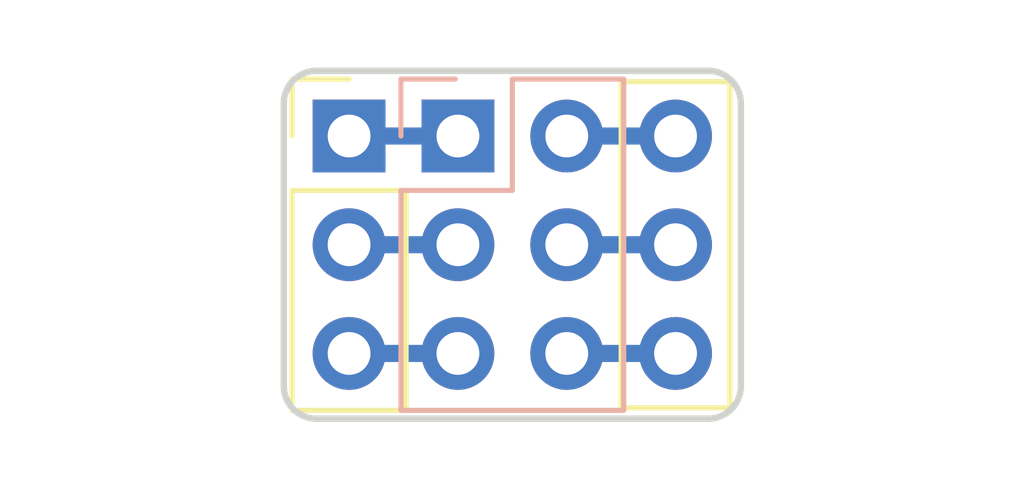
<source format=kicad_pcb>
(kicad_pcb (version 20171130) (host pcbnew "(5.0.0)")

  (general
    (thickness 1.6)
    (drawings 8)
    (tracks 6)
    (zones 0)
    (modules 3)
    (nets 7)
  )

  (page A4)
  (layers
    (0 F.Cu signal)
    (31 B.Cu signal)
    (32 B.Adhes user)
    (33 F.Adhes user)
    (34 B.Paste user)
    (35 F.Paste user)
    (36 B.SilkS user)
    (37 F.SilkS user)
    (38 B.Mask user)
    (39 F.Mask user)
    (40 Dwgs.User user)
    (41 Cmts.User user)
    (42 Eco1.User user)
    (43 Eco2.User user)
    (44 Edge.Cuts user)
    (45 Margin user)
    (46 B.CrtYd user)
    (47 F.CrtYd user)
    (48 B.Fab user)
    (49 F.Fab user)
  )

  (setup
    (last_trace_width 0.4)
    (user_trace_width 0.4)
    (trace_clearance 0.2)
    (zone_clearance 0.508)
    (zone_45_only no)
    (trace_min 0.2)
    (segment_width 0.2)
    (edge_width 0.15)
    (via_size 0.8)
    (via_drill 0.4)
    (via_min_size 0.4)
    (via_min_drill 0.3)
    (uvia_size 0.3)
    (uvia_drill 0.1)
    (uvias_allowed no)
    (uvia_min_size 0.2)
    (uvia_min_drill 0.1)
    (pcb_text_width 0.3)
    (pcb_text_size 1.5 1.5)
    (mod_edge_width 0.15)
    (mod_text_size 1 1)
    (mod_text_width 0.15)
    (pad_size 1.524 1.524)
    (pad_drill 0.762)
    (pad_to_mask_clearance 0.2)
    (aux_axis_origin 0 0)
    (visible_elements FFFFFF7F)
    (pcbplotparams
      (layerselection 0x010fc_ffffffff)
      (usegerberextensions false)
      (usegerberattributes false)
      (usegerberadvancedattributes false)
      (creategerberjobfile false)
      (excludeedgelayer true)
      (linewidth 0.100000)
      (plotframeref false)
      (viasonmask false)
      (mode 1)
      (useauxorigin false)
      (hpglpennumber 1)
      (hpglpenspeed 20)
      (hpglpendiameter 15.000000)
      (psnegative false)
      (psa4output false)
      (plotreference true)
      (plotvalue true)
      (plotinvisibletext false)
      (padsonsilk false)
      (subtractmaskfromsilk false)
      (outputformat 1)
      (mirror false)
      (drillshape 1)
      (scaleselection 1)
      (outputdirectory ""))
  )

  (net 0 "")
  (net 1 "Net-(J1-Pad1)")
  (net 2 "Net-(J1-Pad2)")
  (net 3 "Net-(J1-Pad3)")
  (net 4 "Net-(J2-Pad6)")
  (net 5 "Net-(J2-Pad5)")
  (net 6 "Net-(J2-Pad4)")

  (net_class Default "This is the default net class."
    (clearance 0.2)
    (trace_width 0.25)
    (via_dia 0.8)
    (via_drill 0.4)
    (uvia_dia 0.3)
    (uvia_drill 0.1)
    (add_net "Net-(J1-Pad1)")
    (add_net "Net-(J1-Pad2)")
    (add_net "Net-(J1-Pad3)")
    (add_net "Net-(J2-Pad4)")
    (add_net "Net-(J2-Pad5)")
    (add_net "Net-(J2-Pad6)")
  )

  (module Socket_Strips:Socket_Strip_Straight_1x03_Pitch2.54mm (layer F.Cu) (tedit 5B9470A8) (tstamp 5B94E8E0)
    (at 127 83.82)
    (descr "Through hole straight socket strip, 1x03, 2.54mm pitch, single row")
    (tags "Through hole socket strip THT 1x03 2.54mm single row")
    (path /5B9D9C45)
    (fp_text reference J3 (at 0 -2.33) (layer F.SilkS) hide
      (effects (font (size 1 1) (thickness 0.15)))
    )
    (fp_text value Conn_01x03 (at 0 7.41) (layer F.Fab)
      (effects (font (size 1 1) (thickness 0.15)))
    )
    (fp_text user %R (at 0 -2.33) (layer F.Fab)
      (effects (font (size 1 1) (thickness 0.15)))
    )
    (fp_line (start 1.8 -1.8) (end -1.8 -1.8) (layer F.CrtYd) (width 0.05))
    (fp_line (start 1.8 6.85) (end 1.8 -1.8) (layer F.CrtYd) (width 0.05))
    (fp_line (start -1.8 6.85) (end 1.8 6.85) (layer F.CrtYd) (width 0.05))
    (fp_line (start -1.8 -1.8) (end -1.8 6.85) (layer F.CrtYd) (width 0.05))
    (fp_line (start 1.27 -1.27) (end -1.27 -1.27) (layer F.SilkS) (width 0.12))
    (fp_line (start 1.27 6.35) (end 1.27 -1.27) (layer F.SilkS) (width 0.12))
    (fp_line (start -1.27 6.35) (end 1.27 6.35) (layer F.SilkS) (width 0.12))
    (fp_line (start -1.27 -1.27) (end -1.27 6.35) (layer F.SilkS) (width 0.12))
    (fp_line (start 1.27 -1.27) (end -1.27 -1.27) (layer F.Fab) (width 0.1))
    (fp_line (start 1.27 6.35) (end 1.27 -1.27) (layer F.Fab) (width 0.1))
    (fp_line (start -1.27 6.35) (end 1.27 6.35) (layer F.Fab) (width 0.1))
    (fp_line (start -1.27 -1.27) (end -1.27 6.35) (layer F.Fab) (width 0.1))
    (pad 3 thru_hole oval (at 0 5.08) (size 1.7 1.7) (drill 1) (layers *.Cu *.Mask)
      (net 6 "Net-(J2-Pad4)"))
    (pad 2 thru_hole oval (at 0 2.54) (size 1.7 1.7) (drill 1) (layers *.Cu *.Mask)
      (net 5 "Net-(J2-Pad5)"))
    (pad 1 thru_hole circle (at 0 0) (size 1.7 1.7) (drill 1) (layers *.Cu *.Mask)
      (net 4 "Net-(J2-Pad6)"))
    (model ${KISYS3DMOD}/Socket_Strips.3dshapes/Socket_Strip_Straight_1x03_Pitch2.54mm.wrl
      (offset (xyz 0 -2.539999961853027 0))
      (scale (xyz 1 1 1))
      (rotate (xyz 0 0 270))
    )
  )

  (module Socket_Strips:Socket_Strip_Straight_2x03_Pitch2.54mm (layer B.Cu) (tedit 5B9470AE) (tstamp 5B94E8CA)
    (at 121.92 83.82 180)
    (descr "Through hole straight socket strip, 2x03, 2.54mm pitch, double rows")
    (tags "Through hole socket strip THT 2x03 2.54mm double row")
    (path /5B9D9D27)
    (fp_text reference J2 (at -1.27 2.33 180) (layer B.SilkS) hide
      (effects (font (size 1 1) (thickness 0.15)) (justify mirror))
    )
    (fp_text value Conn_02x03_Counter_Clockwise (at -1.27 -7.41 180) (layer B.Fab)
      (effects (font (size 1 1) (thickness 0.15)) (justify mirror))
    )
    (fp_text user %R (at -1.27 2.33 180) (layer B.Fab)
      (effects (font (size 1 1) (thickness 0.15)) (justify mirror))
    )
    (fp_line (start 1.8 1.8) (end -4.35 1.8) (layer B.CrtYd) (width 0.05))
    (fp_line (start 1.8 -6.85) (end 1.8 1.8) (layer B.CrtYd) (width 0.05))
    (fp_line (start -4.35 -6.85) (end 1.8 -6.85) (layer B.CrtYd) (width 0.05))
    (fp_line (start -4.35 1.8) (end -4.35 -6.85) (layer B.CrtYd) (width 0.05))
    (fp_line (start 1.33 1.33) (end 0.06 1.33) (layer B.SilkS) (width 0.12))
    (fp_line (start 1.33 0) (end 1.33 1.33) (layer B.SilkS) (width 0.12))
    (fp_line (start -1.27 -1.27) (end 1.33 -1.27) (layer B.SilkS) (width 0.12))
    (fp_line (start -1.27 1.33) (end -1.27 -1.27) (layer B.SilkS) (width 0.12))
    (fp_line (start -3.87 1.33) (end -1.27 1.33) (layer B.SilkS) (width 0.12))
    (fp_line (start -3.87 -6.41) (end -3.87 1.33) (layer B.SilkS) (width 0.12))
    (fp_line (start 1.33 -6.41) (end -3.87 -6.41) (layer B.SilkS) (width 0.12))
    (fp_line (start 1.33 -1.27) (end 1.33 -6.41) (layer B.SilkS) (width 0.12))
    (fp_line (start 1.27 1.27) (end -3.81 1.27) (layer B.Fab) (width 0.1))
    (fp_line (start 1.27 -6.35) (end 1.27 1.27) (layer B.Fab) (width 0.1))
    (fp_line (start -3.81 -6.35) (end 1.27 -6.35) (layer B.Fab) (width 0.1))
    (fp_line (start -3.81 1.27) (end -3.81 -6.35) (layer B.Fab) (width 0.1))
    (pad 4 thru_hole oval (at -2.54 -5.08 180) (size 1.7 1.7) (drill 1) (layers *.Cu *.Mask)
      (net 6 "Net-(J2-Pad4)"))
    (pad 3 thru_hole oval (at 0 -5.08 180) (size 1.7 1.7) (drill 1) (layers *.Cu *.Mask)
      (net 3 "Net-(J1-Pad3)"))
    (pad 5 thru_hole oval (at -2.54 -2.54 180) (size 1.7 1.7) (drill 1) (layers *.Cu *.Mask)
      (net 5 "Net-(J2-Pad5)"))
    (pad 2 thru_hole oval (at 0 -2.54 180) (size 1.7 1.7) (drill 1) (layers *.Cu *.Mask)
      (net 2 "Net-(J1-Pad2)"))
    (pad 6 thru_hole oval (at -2.54 0 180) (size 1.7 1.7) (drill 1) (layers *.Cu *.Mask)
      (net 4 "Net-(J2-Pad6)"))
    (pad 1 thru_hole rect (at 0 0 180) (size 1.7 1.7) (drill 1) (layers *.Cu *.Mask)
      (net 1 "Net-(J1-Pad1)"))
    (model ${KISYS3DMOD}/Socket_Strips.3dshapes/Socket_Strip_Straight_2x03_Pitch2.54mm.wrl
      (offset (xyz -1.269999980926514 -2.539999961853027 0))
      (scale (xyz 1 1 1))
      (rotate (xyz 0 0 270))
    )
  )

  (module Socket_Strips:Socket_Strip_Straight_1x03_Pitch2.54mm (layer F.Cu) (tedit 5B9470B3) (tstamp 5B94E8AF)
    (at 119.38 83.82)
    (descr "Through hole straight socket strip, 1x03, 2.54mm pitch, single row")
    (tags "Through hole socket strip THT 1x03 2.54mm single row")
    (path /5B9D9C83)
    (fp_text reference J1 (at 0 -2.33) (layer F.SilkS) hide
      (effects (font (size 1 1) (thickness 0.15)))
    )
    (fp_text value Conn_01x03 (at 0 7.41) (layer F.Fab)
      (effects (font (size 1 1) (thickness 0.15)))
    )
    (fp_line (start -1.27 -1.27) (end -1.27 6.35) (layer F.Fab) (width 0.1))
    (fp_line (start -1.27 6.35) (end 1.27 6.35) (layer F.Fab) (width 0.1))
    (fp_line (start 1.27 6.35) (end 1.27 -1.27) (layer F.Fab) (width 0.1))
    (fp_line (start 1.27 -1.27) (end -1.27 -1.27) (layer F.Fab) (width 0.1))
    (fp_line (start -1.33 1.27) (end -1.33 6.41) (layer F.SilkS) (width 0.12))
    (fp_line (start -1.33 6.41) (end 1.33 6.41) (layer F.SilkS) (width 0.12))
    (fp_line (start 1.33 6.41) (end 1.33 1.27) (layer F.SilkS) (width 0.12))
    (fp_line (start 1.33 1.27) (end -1.33 1.27) (layer F.SilkS) (width 0.12))
    (fp_line (start -1.33 0) (end -1.33 -1.33) (layer F.SilkS) (width 0.12))
    (fp_line (start -1.33 -1.33) (end 0 -1.33) (layer F.SilkS) (width 0.12))
    (fp_line (start -1.8 -1.8) (end -1.8 6.85) (layer F.CrtYd) (width 0.05))
    (fp_line (start -1.8 6.85) (end 1.8 6.85) (layer F.CrtYd) (width 0.05))
    (fp_line (start 1.8 6.85) (end 1.8 -1.8) (layer F.CrtYd) (width 0.05))
    (fp_line (start 1.8 -1.8) (end -1.8 -1.8) (layer F.CrtYd) (width 0.05))
    (fp_text user %R (at 0 -2.33) (layer F.Fab)
      (effects (font (size 1 1) (thickness 0.15)))
    )
    (pad 1 thru_hole rect (at 0 0) (size 1.7 1.7) (drill 1) (layers *.Cu *.Mask)
      (net 1 "Net-(J1-Pad1)"))
    (pad 2 thru_hole oval (at 0 2.54) (size 1.7 1.7) (drill 1) (layers *.Cu *.Mask)
      (net 2 "Net-(J1-Pad2)"))
    (pad 3 thru_hole oval (at 0 5.08) (size 1.7 1.7) (drill 1) (layers *.Cu *.Mask)
      (net 3 "Net-(J1-Pad3)"))
    (model ${KISYS3DMOD}/Socket_Strips.3dshapes/Socket_Strip_Straight_1x03_Pitch2.54mm.wrl
      (offset (xyz 0 -2.539999961853027 0))
      (scale (xyz 1 1 1))
      (rotate (xyz 0 0 270))
    )
  )

  (gr_line (start 117.856 89.662) (end 117.856 83.058) (layer Edge.Cuts) (width 0.15))
  (gr_line (start 127.762 90.424) (end 118.618 90.424) (layer Edge.Cuts) (width 0.15))
  (gr_line (start 128.524 83.058) (end 128.524 89.662) (layer Edge.Cuts) (width 0.15))
  (gr_line (start 118.618 82.296) (end 127.762 82.296) (layer Edge.Cuts) (width 0.15))
  (gr_arc (start 127.762 83.058) (end 128.524 83.058) (angle -90) (layer Edge.Cuts) (width 0.15))
  (gr_arc (start 127.762 89.662) (end 127.762 90.424) (angle -90) (layer Edge.Cuts) (width 0.15))
  (gr_arc (start 118.618 89.662) (end 117.856 89.662) (angle -90) (layer Edge.Cuts) (width 0.15))
  (gr_arc (start 118.618 83.058) (end 118.618 82.296) (angle -90) (layer Edge.Cuts) (width 0.15))

  (segment (start 119.38 83.82) (end 121.92 83.82) (width 0.4) (layer B.Cu) (net 1))
  (segment (start 119.38 86.36) (end 121.92 86.36) (width 0.4) (layer B.Cu) (net 2))
  (segment (start 119.38 88.9) (end 121.92 88.9) (width 0.4) (layer B.Cu) (net 3))
  (segment (start 124.46 83.82) (end 127 83.82) (width 0.4) (layer B.Cu) (net 4))
  (segment (start 124.46 86.36) (end 127 86.36) (width 0.4) (layer B.Cu) (net 5))
  (segment (start 124.46 88.9) (end 127 88.9) (width 0.4) (layer B.Cu) (net 6))

)

</source>
